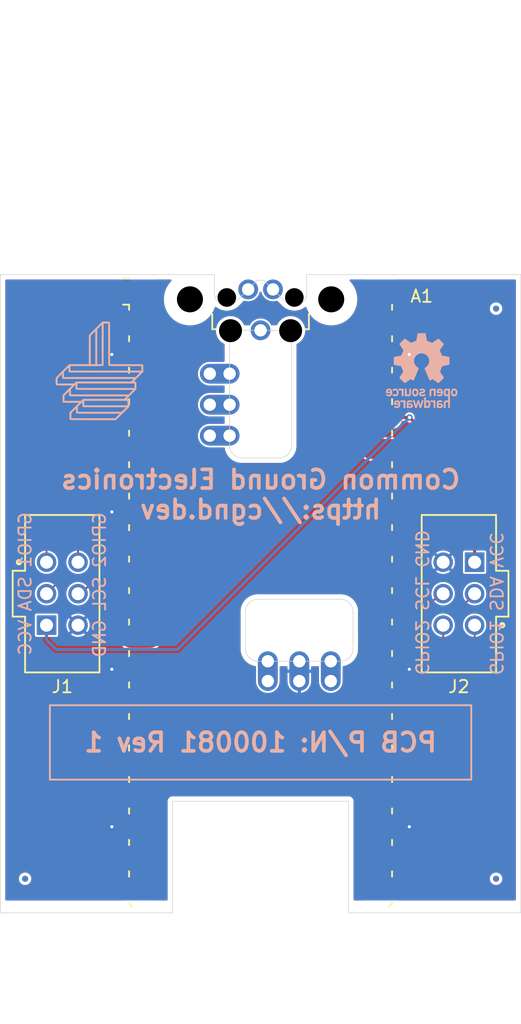
<source format=kicad_pcb>
(kicad_pcb (version 20240108) (generator "pcbnew") (generator_version "8.0")
  (title_block (title "RPi Pico SAO Host v1") (date "2024-10-14") (rev "1") (company "Common Ground Electronics") (comment 1 "PCB P/N: ${PCB_PART_NUMBER}") (comment 3 "SPDX-License-Identifier: ${SPDX_LICENSE_ID}") (comment 4 "SPDX-FileCopyrightText: © ${COPYRIGHT_HOLDER} <${COPYRIGHT_HOLDER_CONTACT}>"))
  (layers (0 "F.Cu" signal) (31 "B.Cu" power) (34 "B.Paste" user) (35 "F.Paste" user) (36 "B.SilkS" user "B.Silkscreen") (37 "F.SilkS" user "F.Silkscreen") (38 "B.Mask" user) (39 "F.Mask" user) (44 "Edge.Cuts" user))
  (property "COMPANY_URL" "https://cgnd.dev")
  (property "COPYRIGHT_HOLDER" "Common Ground Electronics")
  (property "COPYRIGHT_HOLDER_CONTACT" "${COMPANY_URL}")
  (property "PCB_PART_NUMBER" "100081")
  (property "SPDX_LICENSE_ID" "CERN-OHL-P-2.0")
  (net 0 "")
  (net 1 "/SAO0_GPIO1")
  (net 2 "GND")
  (net 6 "+3.3V")
  (net 7 "/SAO0_GPIO2")
  (net 11 "/SAO1_I2C_SCL")
  (net 12 "/SAO1_GPIO1")
  (net 18 "/SAO1_GPIO2")
  (net 21 "/SAO1_I2C_SDA")
  (net 33 "/SAO0_I2C_SCL")
  (net 34 "/SAO0_I2C_SDA")
  (footprint "rpi-pico-sao-host:FIDC50M100K100L" (layer "F.Cu") (at 158.7 85.2)
    (property "Reference" "FID1" (hide yes))
    (property "Value" "Fiducial" (hide yes))
    (pad "" smd circle (at 0 0) (size 0.5 0.5) (property pad_prop_fiducial_glob) (layers "F.Cu" "F.Mask") (clearance 0.25))
  )
  (footprint "rpi-pico-sao-host:SULLINS_SFH11-NBPC-D03-ST-BK_SAO_V2" (layer "F.Cu") (at 123.7 108.2 -90)
    (property "Reference" "J1" (at 7.5 0 0) (layer "F.SilkS"))
    (property "Value" "SAO Host Header" (hide yes))
    (fp_text user "VCC" (at 2 3 90) (layer "B.SilkS") (effects (justify left mirror)))
    (fp_text user "GPIO2" (at -2 -3 90) (layer "B.SilkS") (effects (justify right mirror)))
    (fp_text user "GND" (at 2 -3 90) (layer "B.SilkS") (effects (justify left mirror)))
    (fp_text user "SCL" (at 0 -3 90) (layer "B.SilkS") (effects (justify mirror)))
    (fp_text user "GPIO1" (at -2 3 90) (layer "B.SilkS") (effects (justify right mirror)))
    (fp_text user "SDA" (at 0 3 90) (layer "B.SilkS") (effects (justify mirror)))
    (pad "1" thru_hole rect (at 2.54 1.27 270) (size 1.58 1.58) (drill 1.05) (layers "*.Cu" "*.Mask") (net 6 "+3.3V"))
    (pad "2" thru_hole circle (at 2.54 -1.27 270) (size 1.58 1.58) (drill 1.05) (layers "*.Cu" "*.Mask") (net 2 "GND"))
    (pad "3" thru_hole circle (at 0 1.27 270) (size 1.58 1.58) (drill 1.05) (layers "*.Cu" "*.Mask") (net 34 "/SAO0_I2C_SDA"))
    (pad "4" thru_hole circle (at 0 -1.27 270) (size 1.58 1.58) (drill 1.05) (layers "*.Cu" "*.Mask") (net 33 "/SAO0_I2C_SCL"))
    (pad "5" thru_hole circle (at -2.54 1.27 270) (size 1.58 1.58) (drill 1.05) (layers "*.Cu" "*.Mask") (net 1 "/SAO0_GPIO1"))
    (pad "6" thru_hole circle (at -2.54 -1.27 270) (size 1.58 1.58) (drill 1.05) (layers "*.Cu" "*.Mask") (net 7 "/SAO0_GPIO2"))
  )
  (footprint "rpi-pico-sao-host:RASPBERRY_PI_PICO_W" (layer "F.Cu") (at 139.7 107.95)
    (property "Reference" "A1" (at 13 -23.75 0) (layer "F.SilkS"))
    (property "Value" "RaspberryPi Pico W" (hide yes))
    (fp_line (start -21 26) (end -7.1 26) (stroke (width 0.05)) (layer "Edge.Cuts"))
    (fp_line (start -7.1 17) (end 7.1 17) (stroke (width 0.05)) (layer "Edge.Cuts"))
    (fp_line (start -7.1 26) (end -7.1 17) (stroke (width 0.05)) (layer "Edge.Cuts"))
    (fp_line (start -3.725 -25.5) (end -21 -25.5) (stroke (width 0.05)) (layer "Edge.Cuts"))
    (fp_line (start -3.725 -23.989213) (end -3.725 -25.5) (stroke (width 0.05)) (layer "Edge.Cuts"))
    (fp_line (start -2.5 -20) (end -2.5 -11.7) (stroke (width 0.05)) (layer "Edge.Cuts"))
    (fp_line (start -2.017893 -23.282106) (end -0.257537 -25.042462) (stroke (width 0.05)) (layer "Edge.Cuts"))
    (fp_line (start -1.2159 4.7) (end -1.2159 1.7) (stroke (width 0.05)) (layer "Edge.Cuts"))
    (fp_line (start -0.2159 5.7) (end 6.4641 5.7) (stroke (width 0.05)) (layer "Edge.Cuts"))
    (fp_line (start 0.257537 -25.042462) (end -0.257537 -25.042462) (stroke (width 0.05)) (layer "Edge.Cuts"))
    (fp_line (start 1.5 -21) (end -1.5 -21) (stroke (width 0.05)) (layer "Edge.Cuts"))
    (fp_line (start 1.5 -10.7) (end -1.5 -10.7) (stroke (width 0.05)) (layer "Edge.Cuts"))
    (fp_line (start 2.017893 -23.282106) (end 0.257537 -25.042462) (stroke (width 0.05)) (layer "Edge.Cuts"))
    (fp_line (start 2.5 -11.7) (end 2.5 -20) (stroke (width 0.05)) (layer "Edge.Cuts"))
    (fp_line (start 3.725 -25.5) (end 21 -25.5) (stroke (width 0.05)) (layer "Edge.Cuts"))
    (fp_line (start 3.725 -23.989213) (end 3.725 -25.5) (stroke (width 0.05)) (layer "Edge.Cuts"))
    (fp_line (start 6.4641 0.7) (end -0.2159 0.7) (stroke (width 0.05)) (layer "Edge.Cuts"))
    (fp_line (start 7.1 17) (end 7.1 26) (stroke (width 0.05)) (layer "Edge.Cuts"))
    (fp_line (start 7.1 26) (end 21 26) (stroke (width 0.05)) (layer "Edge.Cuts"))
    (fp_line (start 7.4641 1.7) (end 7.4641 4.7) (stroke (width 0.05)) (layer "Edge.Cuts"))
    (fp_arc (start -2.5 -20) (mid -2.207118 -20.707118) (end -1.5 -21) (stroke (width 0.05)) (layer "Edge.Cuts"))
    (fp_arc (start -2.017893 -23.282106) (mid -3.107711 -23.065267) (end -3.725 -23.989213) (stroke (width 0.05)) (layer "Edge.Cuts"))
    (fp_arc (start -1.5 -10.7) (mid -2.207109 -10.992891) (end -2.5 -11.7) (stroke (width 0.05)) (layer "Edge.Cuts"))
    (fp_arc (start -1.2159 1.7) (mid -0.923007 0.992893) (end -0.2159 0.7) (stroke (width 0.05)) (layer "Edge.Cuts"))
    (fp_arc (start -0.2159 5.7) (mid -0.923007 5.407107) (end -1.2159 4.7) (stroke (width 0.05)) (layer "Edge.Cuts"))
    (fp_arc (start 1.5 -21) (mid 2.207107 -20.707107) (end 2.5 -20) (stroke (width 0.05)) (layer "Edge.Cuts"))
    (fp_arc (start 2.5 -11.7) (mid 2.207095 -10.992905) (end 1.5 -10.7) (stroke (width 0.05)) (layer "Edge.Cuts"))
    (fp_arc (start 3.725 -23.989213) (mid 3.107701 -23.06529) (end 2.017893 -23.282106) (stroke (width 0.05)) (layer "Edge.Cuts"))
    (fp_arc (start 6.4641 0.7) (mid 7.171207 0.992893) (end 7.4641 1.7) (stroke (width 0.05)) (layer "Edge.Cuts"))
    (fp_arc (start 7.4641 4.7) (mid 7.171207 5.407107) (end 6.4641 5.7) (stroke (width 0.05)) (layer "Edge.Cuts"))
    (pad "" np_thru_hole circle (at -5.7 -23.5) (size 3.8 3.8) (drill 2.1) (layers "*.Mask") (clearance 1.05))
    (pad "" np_thru_hole circle (at -2.725 -23.65) (size 1.5 1.5) (drill 1.5) (layers "*.Mask"))
    (pad "" np_thru_hole circle (at -2.425 -20.97) (size 1.85 1.85) (drill 1.85) (layers "*.Mask"))
    (pad "" np_thru_hole circle (at 2.425 -20.97) (size 1.85 1.85) (drill 1.85) (layers "*.Mask"))
    (pad "" np_thru_hole circle (at 2.725 -23.65) (size 1.5 1.5) (drill 1.5) (layers "*.Mask"))
    (pad "" np_thru_hole circle (at 5.7 -23.5) (size 3.8 3.8) (drill 2.1) (layers "*.Mask") (clearance 1.05))
    (pad "1" smd custom (at -8.89 -24.13) (size 1.6 1.6) (layers "F.Cu" "F.Paste" "F.Mask") (net 1 "/SAO0_GPIO1") (options (clearance outline) (anchor circle)) (primitives (gr_poly (pts (xy -2.4 0.6) (xy -2.4 -0.6) (xy -2.2 -0.8) (xy 0 -0.8) (xy 0 0.8) (xy -2.2 0.8)) (width 0) (fill yes)) (gr_circle (center -2.2 0.6) (end -2 0.6) (width 0) (fill yes)) (gr_circle (center -2.2 -0.6) (end -2 -0.6) (width 0) (fill yes))))
    (pad "2" smd roundrect (at -8.89 -21.59) (size 3.2 1.6) (drill (offset -0.8 0)) (layers "F.Cu" "F.Paste" "F.Mask") (roundrect_rratio 0.5) (net 7 "/SAO0_GPIO2"))
    (pad "3" smd custom (at -8.89 -19.05) (size 1.6 1.6) (layers "F.Cu" "F.Paste" "F.Mask") (net 2 "GND") (options (clearance outline) (anchor circle)) (primitives (gr_poly (pts (xy 0.8 -0.6) (xy 0.8 0.6) (xy 0.6 0.8) (xy -1.6 0.8) (xy -1.6 -0.8) (xy 0.6 -0.8)) (width 0) (fill yes)) (gr_circle (center 0.6 0.6) (end 0.8 0.6) (width 0) (fill yes)) (gr_circle (center 0.6 -0.6) (end 0.8 -0.6) (width 0) (fill yes)) (gr_circle (center -1.6 0) (end -0.8 0) (width 0) (fill yes))))
    (pad "4" smd roundrect (at -8.89 -16.51) (size 3.2 1.6) (drill (offset -0.8 0)) (layers "F.Cu" "F.Paste" "F.Mask") (roundrect_rratio 0.5))
    (pad "5" smd roundrect (at -8.89 -13.97) (size 3.2 1.6) (drill (offset -0.8 0)) (layers "F.Cu" "F.Paste" "F.Mask") (roundrect_rratio 0.5))
    (pad "6" smd roundrect (at -8.89 -11.43) (size 3.2 1.6) (drill (offset -0.8 0)) (layers "F.Cu" "F.Paste" "F.Mask") (roundrect_rratio 0.5) (net 34 "/SAO0_I2C_SDA"))
    (pad "7" smd roundrect (at -8.89 -8.89) (size 3.2 1.6) (drill (offset -0.8 0)) (layers "F.Cu" "F.Paste" "F.Mask") (roundrect_rratio 0.5) (net 33 "/SAO0_I2C_SCL"))
    (pad "8" smd custom (at -8.89 -6.35) (size 1.6 1.6) (layers "F.Cu" "F.Paste" "F.Mask") (net 2 "GND") (options (clearance outline) (anchor circle)) (primitives (gr_poly (pts (xy 0.8 -0.6) (xy 0.8 0.6) (xy 0.6 0.8) (xy -1.6 0.8) (xy -1.6 -0.8) (xy 0.6 -0.8)) (width 0) (fill yes)) (gr_circle (center 0.6 0.6) (end 0.8 0.6) (width 0) (fill yes)) (gr_circle (center 0.6 -0.6) (end 0.8 -0.6) (width 0) (fill yes)) (gr_circle (center -1.6 0) (end -0.8 0) (width 0) (fill yes))))
    (pad "9" smd roundrect (at -8.89 -3.81) (size 3.2 1.6) (drill (offset -0.8 0)) (layers "F.Cu" "F.Paste" "F.Mask") (roundrect_rratio 0.5))
    (pad "10" smd roundrect (at -8.89 -1.27) (size 3.2 1.6) (drill (offset -0.8 0)) (layers "F.Cu" "F.Paste" "F.Mask") (roundrect_rratio 0.5))
    (pad "11" smd roundrect (at -8.89 1.27) (size 3.2 1.6) (drill (offset -0.8 0)) (layers "F.Cu" "F.Paste" "F.Mask") (roundrect_rratio 0.5))
    (pad "12" smd roundrect (at -8.89 3.81) (size 3.2 1.6) (drill (offset -0.8 0)) (layers "F.Cu" "F.Paste" "F.Mask") (roundrect_rratio 0.5))
    (pad "13" smd custom (at -8.89 6.35) (size 1.6 1.6) (layers "F.Cu" "F.Paste" "F.Mask") (net 2 "GND") (options (clearance outline) (anchor circle)) (primitives (gr_poly (pts (xy 0.8 -0.6) (xy 0.8 0.6) (xy 0.6 0.8) (xy -1.6 0.8) (xy -1.6 -0.8) (xy 0.6 -0.8)) (width 0) (fill yes)) (gr_circle (center 0.6 0.6) (end 0.8 0.6) (width 0) (fill yes)) (gr_circle (center 0.6 -0.6) (end 0.8 -0.6) (width 0) (fill yes)) (gr_circle (center -1.6 0) (end -0.8 0) (width 0) (fill yes))))
    (pad "14" smd roundrect (at -8.89 8.89) (size 3.2 1.6) (drill (offset -0.8 0)) (layers "F.Cu" "F.Paste" "F.Mask") (roundrect_rratio 0.5))
    (pad "15" smd roundrect (at -8.89 11.43) (size 3.2 1.6) (drill (offset -0.8 0)) (layers "F.Cu" "F.Paste" "F.Mask") (roundrect_rratio 0.5))
    (pad "16" smd roundrect (at -8.89 13.97) (size 3.2 1.6) (drill (offset -0.8 0)) (layers "F.Cu" "F.Paste" "F.Mask") (roundrect_rratio 0.5))
    (pad "17" smd roundrect (at -8.89 16.51) (size 3.2 1.6) (drill (offset -0.8 0)) (layers "F.Cu" "F.Paste" "F.Mask") (roundrect_rratio 0.5))
    (pad "18" smd custom (at -8.89 19.05) (size 1.6 1.6) (layers "F.Cu" "F.Paste" "F.Mask") (net 2 "GND") (options (clearance outline) (anchor circle)) (primitives (gr_poly (pts (xy 0.8 -0.6) (xy 0.8 0.6) (xy 0.6 0.8) (xy -1.6 0.8) (xy -1.6 -0.8) (xy 0.6 -0.8)) (width 0) (fill yes)) (gr_circle (center 0.6 0.6) (end 0.8 0.6) (width 0) (fill yes)) (gr_circle (center 0.6 -0.6) (end 0.8 -0.6) (width 0) (fill yes)) (gr_circle (center -1.6 0) (end -0.8 0) (width 0) (fill yes))))
    (pad "19" smd roundrect (at -8.89 21.59) (size 3.2 1.6) (drill (offset -0.8 0)) (layers "F.Cu" "F.Paste" "F.Mask") (roundrect_rratio 0.5))
    (pad "20" smd roundrect (at -8.89 24.13) (size 3.2 1.6) (drill (offset -0.8 0)) (layers "F.Cu" "F.Paste" "F.Mask") (roundrect_rratio 0.5))
    (pad "21" smd roundrect (at 8.89 24.13) (size 3.2 1.6) (drill (offset 0.8 0)) (layers "F.Cu" "F.Paste" "F.Mask") (roundrect_rratio 0.5) (net 12 "/SAO1_GPIO1"))
    (pad "22" smd roundrect (at 8.89 21.59) (size 3.2 1.6) (drill (offset 0.8 0)) (layers "F.Cu" "F.Paste" "F.Mask") (roundrect_rratio 0.5) (net 18 "/SAO1_GPIO2"))
    (pad "23" smd custom (at 8.89 19.05) (size 1.6 1.6) (layers "F.Cu" "F.Paste" "F.Mask") (net 2 "GND") (options (clearance outline) (anchor circle)) (primitives (gr_poly (pts (xy -0.8 -0.6) (xy -0.8 0.6) (xy -0.6 0.8) (xy 1.6 0.8) (xy 1.6 -0.8) (xy -0.6 -0.8)) (width 0) (fill yes)) (gr_circle (center -0.6 0.6) (end -0.4 0.6) (width 0) (fill yes)) (gr_circle (center -0.6 -0.6) (end -0.4 -0.6) (width 0) (fill yes)) (gr_circle (center 1.6 0) (end 2.4 0) (width 0) (fill yes))))
    (pad "24" smd roundrect (at 8.89 16.51) (size 3.2 1.6) (drill (offset 0.8 0)) (layers "F.Cu" "F.Paste" "F.Mask") (roundrect_rratio 0.5) (net 21 "/SAO1_I2C_SDA"))
    (pad "25" smd roundrect (at 8.89 13.97) (size 3.2 1.6) (drill (offset 0.8 0)) (layers "F.Cu" "F.Paste" "F.Mask") (roundrect_rratio 0.5) (net 11 "/SAO1_I2C_SCL"))
    (pad "26" smd roundrect (at 8.89 11.43) (size 3.2 1.6) (drill (offset 0.8 0)) (layers "F.Cu" "F.Paste" "F.Mask") (roundrect_rratio 0.5))
    (pad "27" smd roundrect (at 8.89 8.89) (size 3.2 1.6) (drill (offset 0.8 0)) (layers "F.Cu" "F.Paste" "F.Mask") (roundrect_rratio 0.5))
    (pad "28" smd custom (at 8.89 6.35) (size 1.6 1.6) (layers "F.Cu" "F.Paste" "F.Mask") (net 2 "GND") (options (clearance outline) (anchor circle)) (primitives (gr_poly (pts (xy -0.8 -0.6) (xy -0.8 0.6) (xy -0.6 0.8) (xy 1.6 0.8) (xy 1.6 -0.8) (xy -0.6 -0.8)) (width 0) (fill yes)) (gr_circle (center -0.6 0.6) (end -0.4 0.6) (width 0) (fill yes)) (gr_circle (center -0.6 -0.6) (end -0.4 -0.6) (width 0) (fill yes)) (gr_circle (center 1.6 0) (end 2.4 0) (width 0) (fill yes))))
    (pad "29" smd roundrect (at 8.89 3.81) (size 3.2 1.6) (drill (offset 0.8 0)) (layers "F.Cu" "F.Paste" "F.Mask") (roundrect_rratio 0.5))
    (pad "30" smd roundrect (at 8.89 1.27) (size 3.2 1.6) (drill (offset 0.8 0)) (layers "F.Cu" "F.Paste" "F.Mask") (roundrect_rratio 0.5))
    (pad "31" smd roundrect (at 8.89 -1.27) (size 3.2 1.6) (drill (offset 0.8 0)) (layers "F.Cu" "F.Paste" "F.Mask") (roundrect_rratio 0.5))
    (pad "32" smd roundrect (at 8.89 -3.81) (size 3.2 1.6) (drill (offset 0.8 0)) (layers "F.Cu" "F.Paste" "F.Mask") (roundrect_rratio 0.5))
    (pad "33" smd custom (at 8.89 -6.35) (size 1.6 1.6) (layers "F.Cu" "F.Paste" "F.Mask") (options (clearance outline) (anchor circle)) (primitives (gr_poly (pts (xy -0.8 -0.6) (xy -0.8 0.6) (xy -0.6 0.8) (xy 1.6 0.8) (xy 1.6 -0.8) (xy -0.6 -0.8)) (width 0) (fill yes)) (gr_circle (center -0.6 0.6) (end -0.4 0.6) (width 0) (fill yes)) (gr_circle (center -0.6 -0.6) (end -0.4 -0.6) (width 0) (fill yes)) (gr_circle (center 1.6 0) (end 2.4 0) (width 0) (fill yes))))
    (pad "34" smd roundrect (at 8.89 -8.89) (size 3.2 1.6) (drill (offset 0.8 0)) (layers "F.Cu" "F.Paste" "F.Mask") (roundrect_rratio 0.5))
    (pad "35" smd roundrect (at 8.89 -11.43) (size 3.2 1.6) (drill (offset 0.8 0)) (layers "F.Cu" "F.Paste" "F.Mask") (roundrect_rratio 0.5))
    (pad "36" smd roundrect (at 8.89 -13.97) (size 3.2 1.6) (drill (offset 0.8 0)) (layers "F.Cu" "F.Paste" "F.Mask") (roundrect_rratio 0.5) (net 6 "+3.3V"))
    (pad "37" smd roundrect (at 8.89 -16.51) (size 3.2 1.6) (drill (offset 0.8 0)) (layers "F.Cu" "F.Paste" "F.Mask") (roundrect_rratio 0.5))
    (pad "38" smd custom (at 8.89 -19.05) (size 1.6 1.6) (layers "F.Cu" "F.Paste" "F.Mask") (net 2 "GND") (options (clearance outline) (anchor circle)) (primitives (gr_poly (pts (xy -0.8 -0.6) (xy -0.8 0.6) (xy -0.6 0.8) (xy 1.6 0.8) (xy 1.6 -0.8) (xy -0.6 -0.8)) (width 0) (fill yes)) (gr_circle (center -0.6 0.6) (end -0.4 0.6) (width 0) (fill yes)) (gr_circle (center -0.6 -0.6) (end -0.4 -0.6) (width 0) (fill yes)) (gr_circle (center 1.6 0) (end 2.4 0) (width 0) (fill yes))))
    (pad "39" smd roundrect (at 8.89 -21.59) (size 3.2 1.6) (drill (offset 0.8 0)) (layers "F.Cu" "F.Paste" "F.Mask") (roundrect_rratio 0.5))
    (pad "40" smd roundrect (at 8.89 -24.13) (size 3.2 1.6) (drill (offset 0.8 0)) (layers "F.Cu" "F.Paste" "F.Mask") (roundrect_rratio 0.5))
    (pad "D1" thru_hole circle (at 0.5841 5.7) (size 1.6 1.6) (drill 1) (property pad_prop_castellated) (layers "*.Cu" "*.Mask"))
    (pad "D1" thru_hole roundrect (at 0.5841 7.3) (size 1.6 3.2) (drill 1 (offset 0 -0.8)) (property pad_prop_castellated) (layers "*.Cu" "*.Mask") (roundrect_rratio 0.5))
    (pad "D2" thru_hole circle (at 3.1241 5.7) (size 1.6 1.6) (drill 1) (property pad_prop_castellated) (layers "*.Cu" "*.Mask") (net 2 "GND"))
    (pad "D2" thru_hole roundrect (at 3.1241 7.3) (size 1.6 3.2) (drill 1 (offset 0 -0.8)) (property pad_prop_castellated) (layers "*.Cu" "*.Mask") (roundrect_rratio 0.5) (net 2 "GND"))
    (pad "D3" thru_hole circle (at 5.6641 5.7) (size 1.6 1.6) (drill 1) (property pad_prop_castellated) (layers "*.Cu" "*.Mask"))
    (pad "D3" thru_hole roundrect (at 5.6641 7.3) (size 1.6 3.2) (drill 1 (offset 0 -0.8)) (property pad_prop_castellated) (layers "*.Cu" "*.Mask") (roundrect_rratio 0.5))
    (pad "TP1" thru_hole circle (at 0 -21) (size 1.6 1.6) (drill 1) (property pad_prop_castellated) (layers "*.Cu" "*.Mask"))
    (pad "TP2" thru_hole circle (at 1 -24.3) (size 1.6 1.6) (drill 1) (property pad_prop_castellated) (layers "*.Cu" "*.Mask"))
    (pad "TP3" thru_hole circle (at -1 -24.3) (size 1.6 1.6) (drill 1) (property pad_prop_castellated) (layers "*.Cu" "*.Mask"))
    (pad "TP4" thru_hole roundrect (at -4.1 -17.5) (size 3.2 1.6) (drill 1 (offset 0.8 0)) (property pad_prop_castellated) (layers "*.Cu" "*.Mask") (roundrect_rratio 0.5))
    (pad "TP4" thru_hole circle (at -2.5 -17.5) (size 1.6 1.6) (drill 1) (property pad_prop_castellated) (layers "*.Cu" "*.Mask"))
    (pad "TP5" thru_hole roundrect (at -4.1 -15) (size 3.2 1.6) (drill 1 (offset 0.8 0)) (property pad_prop_castellated) (layers "*.Cu" "*.Mask") (roundrect_rratio 0.5))
    (pad "TP5" thru_hole circle (at -2.5 -15) (size 1.6 1.6) (drill 1) (property pad_prop_castellated) (layers "*.Cu" "*.Mask"))
    (pad "TP6" thru_hole roundrect (at -4.1 -12.5) (size 3.2 1.6) (drill 1 (offset 0.8 0)) (property pad_prop_castellated) (layers "*.Cu" "*.Mask") (roundrect_rratio 0.5))
    (pad "TP6" thru_hole circle (at -2.5 -12.5) (size 1.6 1.6) (drill 1) (property pad_prop_castellated) (layers "*.Cu" "*.Mask"))
    (zone (net 0) (net_name "") (layers "*.Cu" "*.Paste") (name "RF Copper Keep Out") (connect_pads (clearance 0)) (min_thickness 0.254)
      (keepout (tracks not_allowed) (vias not_allowed) (pads not_allowed) (copperpour not_allowed) (footprints not_allowed))
      (fill (thermal_gap 0.508) (thermal_bridge_width 0.508))
      (polygon (pts (xy 118.7 132.95) (xy 160.7 132.95) (xy 160.7 142.95) (xy 118.7 142.95)))
    )
    (zone (net 0) (net_name "") (layers "*.Cu" "*.Paste") (name "Antenna Copper Keep Out") (connect_pads (clearance 0)) (min_thickness 0.254)
      (keepout (tracks not_allowed) (vias not_allowed) (pads not_allowed) (copperpour not_allowed) (footprints not_allowed))
      (fill (thermal_gap 0.508) (thermal_bridge_width 0.508))
      (polygon (pts (xy 137.3 132.939895) (xy 132.6 129.289895) (xy 132.6 124.95) (xy 146.8 124.95) (xy 146.8 129.289895) (xy 142.1 132.939895) (xy 142.1 132.95) (xy 137.3 132.95)))
    )
  )
  (footprint "rpi-pico-sao-host:SULLINS_SFH11-NBPC-D03-ST-BK_SAO_V2" (layer "F.Cu") (at 155.7 108.2 90)
    (property "Reference" "J2" (at -7.5 0 180) (layer "F.SilkS"))
    (property "Value" "SAO Host Header" (hide yes))
    (fp_text user "SCL" (at 0 -3 -90) (layer "B.SilkS") (effects (justify mirror)))
    (fp_text user "GPIO2" (at -2 -3 -90) (layer "B.SilkS") (effects (justify right mirror)))
    (fp_text user "VCC" (at 2 3 -90) (layer "B.SilkS") (effects (justify left mirror)))
    (fp_text user "SDA" (at 0 3 -90) (layer "B.SilkS") (effects (justify mirror)))
    (fp_text user "GND" (at 2 -3 -90) (layer "B.SilkS") (effects (justify left mirror)))
    (fp_text user "GPIO1" (at -2 3 -90) (layer "B.SilkS") (effects (justify right mirror)))
    (pad "1" thru_hole rect (at 2.54 1.27 90) (size 1.58 1.58) (drill 1.05) (layers "*.Cu" "*.Mask") (net 6 "+3.3V"))
    (pad "2" thru_hole circle (at 2.54 -1.27 90) (size 1.58 1.58) (drill 1.05) (layers "*.Cu" "*.Mask") (net 2 "GND"))
    (pad "3" thru_hole circle (at 0 1.27 90) (size 1.58 1.58) (drill 1.05) (layers "*.Cu" "*.Mask") (net 21 "/SAO1_I2C_SDA"))
    (pad "4" thru_hole circle (at 0 -1.27 90) (size 1.58 1.58) (drill 1.05) (layers "*.Cu" "*.Mask") (net 11 "/SAO1_I2C_SCL"))
    (pad "5" thru_hole circle (at -2.54 1.27 90) (size 1.58 1.58) (drill 1.05) (layers "*.Cu" "*.Mask") (net 12 "/SAO1_GPIO1"))
    (pad "6" thru_hole circle (at -2.54 -1.27 90) (size 1.58 1.58) (drill 1.05) (layers "*.Cu" "*.Mask") (net 18 "/SAO1_GPIO2"))
  )
  (footprint "rpi-pico-sao-host:FIDC50M100K100L" (layer "F.Cu") (at 120.7 131.2)
    (property "Reference" "FID3" (hide yes))
    (property "Value" "Fiducial" (hide yes))
    (pad "" smd circle (at 0 0) (size 0.5 0.5) (property pad_prop_fiducial_glob) (layers "F.Cu" "F.Mask") (clearance 0.25))
  )
  (footprint "rpi-pico-sao-host:FIDC50M100K100L" (layer "F.Cu") (at 158.7 131.2)
    (property "Reference" "FID2" (hide yes))
    (property "Value" "Fiducial" (hide yes))
    (pad "" smd circle (at 0 0) (size 0.5 0.5) (property pad_prop_fiducial_glob) (layers "F.Cu" "F.Mask") (clearance 0.25))
  )
  (footprint "rpi-pico-sao-host:FIDC50M100K100L" (layer "B.Cu") (at 158.7 85.2 180)
    (property "Reference" "FID4" (hide yes))
    (property "Value" "Fiducial" (hide yes))
    (pad "" smd circle (at 0 0 180) (size 0.5 0.5) (property pad_prop_fiducial_glob) (layers "B.Cu" "B.Mask") (clearance 0.25))
  )
  (footprint "rpi-pico-sao-host:FIDC50M100K100L" (layer "B.Cu") (at 120.7 131.2 180)
    (property "Reference" "FID6" (hide yes))
    (property "Value" "Fiducial" (hide yes))
    (pad "" smd circle (at 0 0 180) (size 0.5 0.5) (property pad_prop_fiducial_glob) (layers "B.Cu" "B.Mask") (clearance 0.25))
  )
  (footprint "rpi-pico-sao-host:LOGO_CGND_OUTLINE_1000X1000_SILKSCREEN" (layer "B.Cu") (at 126.7 90.2 180)
    (property "Reference" "LOGO2" (hide yes))
    (property "Value" "CGND logo" (hide yes))
  )
  (footprint "rpi-pico-sao-host:FIDC50M100K100L" (layer "B.Cu") (at 158.7 131.2 180)
    (property "Reference" "FID5" (hide yes))
    (property "Value" "Fiducial" (hide yes))
    (pad "" smd circle (at 0 0 180) (size 0.5 0.5) (property pad_prop_fiducial_glob) (layers "B.Cu" "B.Mask") (clearance 0.25))
  )
  (footprint "rpi-pico-sao-host:LOGO_OSHW_570X600_SILKSCREEN" (layer "B.Cu") (at 152.7 90.2 180)
    (property "Reference" "LOGO1" (hide yes))
    (property "Value" "OSHW logo" (hide yes))
  )
  (gr_rect (start 122.7 117.2) (end 156.7 123.2) (stroke (width 0.15)) (fill none) (layer "B.SilkS"))
  (gr_line (start 160.7 82.45) (end 160.7 133.95) (stroke (width 0.05)) (layer "Edge.Cuts"))
  (gr_line (start 118.7 133.95) (end 118.7 82.45) (stroke (width 0.05)) (layer "Edge.Cuts"))
  (gr_text "PCB P/N: ${PCB_PART_NUMBER} Rev ${REVISION}" (at 139.7 120.2 0) (layer "B.SilkS") (effects (font (size 1.5 1.5) (thickness 0.3) (bold yes)) (justify mirror)))
  (gr_text "${COMPANY}\n${COMPANY_URL}" (at 139.7 100.2 0) (layer "B.SilkS") (effects (font (size 1.5 1.5) (thickness 0.3) (bold yes)) (justify mirror)))
  (segment (start 122.43 89.22) (end 122.43 105.66) (width 0.1524) (layer "F.Cu") (net 1))
  (segment (start 130.81 83.82) (end 127.83 83.82) (width 0.1524) (layer "F.Cu") (net 1))
  (segment (start 127.83 83.82) (end 122.43 89.22) (width 0.1524) (layer "F.Cu") (net 1))
  (segment (start 130.81 114.3) (end 127.7 114.3) (width 0.254) (layer "F.Cu") (net 2))
  (segment (start 130.81 88.9) (end 127.7 88.9) (width 0.254) (layer "F.Cu") (net 2))
  (segment (start 148.59 127) (end 151.7 127) (width 0.254) (layer "F.Cu") (net 2))
  (segment (start 130.81 101.6) (end 127.7 101.6) (width 0.254) (layer "F.Cu") (net 2))
  (segment (start 148.59 88.9) (end 151.7 88.9) (width 0.254) (layer "F.Cu") (net 2))
  (segment (start 148.59 114.3) (end 151.7 114.3) (width 0.254) (layer "F.Cu") (net 2))
  (segment (start 130.81 127) (end 127.7 127) (width 0.254) (layer "F.Cu") (net 2))
  (via (at 127.7 114.3) (size 0.508) (drill 0.254) (layers "F.Cu" "B.Cu") (net 2))
  (via (at 127.7 101.6) (size 0.508) (drill 0.254) (layers "F.Cu" "B.Cu") (net 2))
  (via (at 151.7 88.9) (size 0.508) (drill 0.254) (layers "F.Cu" "B.Cu") (net 2))
  (via (at 151.7 127) (size 0.508) (drill 0.254) (layers "F.Cu" "B.Cu") (net 2))
  (via (at 127.7 88.9) (size 0.508) (drill 0.254) (layers "F.Cu" "B.Cu") (net 2))
  (via (at 151.7 114.3) (size 0.508) (drill 0.254) (layers "F.Cu" "B.Cu") (net 2))
  (via (at 127.7 127) (size 0.508) (drill 0.254) (layers "F.Cu" "B.Cu") (net 2))
  (segment (start 151.72 93.98) (end 156.97 99.23) (width 0.254) (layer "F.Cu") (net 6))
  (segment (start 156.97 99.23) (end 156.97 105.66) (width 0.254) (layer "F.Cu") (net 6))
  (segment (start 151.72 93.98) (end 148.59 93.98) (width 0.254) (layer "F.Cu") (net 6))
  (via (at 151.72 93.98) (size 0.508) (drill 0.254) (layers "F.Cu" "B.Cu") (net 6))
  (segment (start 133 112.7) (end 151.72 93.98) (width 0.254) (layer "B.Cu") (net 6))
  (segment (start 122.43 110.74) (end 122.43 111.93) (width 0.254) (layer "B.Cu") (net 6))
  (segment (start 123.2 112.7) (end 133 112.7) (width 0.254) (layer "B.Cu") (net 6))
  (segment (start 122.43 111.93) (end 123.2 112.7) (width 0.254) (layer "B.Cu") (net 6))
  (segment (start 124.97 105.66) (end 124.97 89.18) (width 0.1524) (layer "F.Cu") (net 7))
  (segment (start 127.79 86.36) (end 130.81 86.36) (width 0.1524) (layer "F.Cu") (net 7))
  (segment (start 124.97 89.18) (end 127.79 86.36) (width 0.1524) (layer "F.Cu") (net 7))
  (segment (start 154.2 108.2) (end 154.43 108.2) (width 0.1524) (layer "F.Cu") (net 11))
  (segment (start 151.48 121.92) (end 152.45 120.95) (width 0.1524) (layer "F.Cu") (net 11))
  (segment (start 152.45 109.95) (end 154.2 108.2) (width 0.1524) (layer "F.Cu") (net 11))
  (segment (start 152.45 120.95) (end 152.45 109.95) (width 0.1524) (layer "F.Cu") (net 11))
  (segment (start 148.59 121.92) (end 151.48 121.92) (width 0.1524) (layer "F.Cu") (net 11))
  (segment (start 156.97 126.68) (end 151.57 132.08) (width 0.1524) (layer "F.Cu") (net 12))
  (segment (start 151.57 132.08) (end 148.59 132.08) (width 0.1524) (layer "F.Cu") (net 12))
  (segment (start 156.97 110.74) (end 156.97 126.68) (width 0.1524) (layer "F.Cu") (net 12))
  (segment (start 151.485 129.54) (end 148.59 129.54) (width 0.1524) (layer "F.Cu") (net 18))
  (segment (start 154.43 110.74) (end 154.43 126.595) (width 0.1524) (layer "F.Cu") (net 18))
  (segment (start 154.43 126.595) (end 151.485 129.54) (width 0.1524) (layer "F.Cu") (net 18))
  (segment (start 155.72 109.45) (end 156.97 108.2) (width 0.1524) (layer "F.Cu") (net 21))
  (segment (start 153.2 122.7) (end 153.2 110.2) (width 0.1524) (layer "F.Cu") (net 21))
  (segment (start 148.59 124.46) (end 151.44 124.46) (width 0.1524) (layer "F.Cu") (net 21))
  (segment (start 151.44 124.46) (end 153.2 122.7) (width 0.1524) (layer "F.Cu") (net 21))
  (segment (start 153.95 109.45) (end 155.72 109.45) (width 0.1524) (layer "F.Cu") (net 21))
  (segment (start 153.2 110.2) (end 153.95 109.45) (width 0.1524) (layer "F.Cu") (net 21))
  (segment (start 125.2 108.2) (end 126.95 106.45) (width 0.1524) (layer "F.Cu") (net 33))
  (segment (start 127.84 99.06) (end 130.81 99.06) (width 0.1524) (layer "F.Cu") (net 33))
  (segment (start 124.97 108.2) (end 125.2 108.2) (width 0.1524) (layer "F.Cu") (net 33))
  (segment (start 126.95 99.95) (end 127.84 99.06) (width 0.1524) (layer "F.Cu") (net 33))
  (segment (start 126.95 106.45) (end 126.95 99.95) (width 0.1524) (layer "F.Cu") (net 33))
  (segment (start 130.81 96.52) (end 127.88 96.52) (width 0.1524) (layer "F.Cu") (net 34))
  (segment (start 126.2 106.2) (end 125.45 106.95) (width 0.1524) (layer "F.Cu") (net 34))
  (segment (start 127.88 96.52) (end 126.2 98.2) (width 0.1524) (layer "F.Cu") (net 34))
  (segment (start 123.68 106.95) (end 122.43 108.2) (width 0.1524) (layer "F.Cu") (net 34))
  (segment (start 125.45 106.95) (end 123.68 106.95) (width 0.1524) (layer "F.Cu") (net 34))
  (segment (start 126.2 98.2) (end 126.2 106.2) (width 0.1524) (layer "F.Cu") (net 34))
  (zone (net 2) (net_name "GND") (layers "F&B.Cu") (name "GND") (connect_pads (clearance 0.1524)) (min_thickness 0.1524) (fill yes (thermal_gap 0.1524) (thermal_bridge_width 0.254))
    (polygon (pts (xy 118.7 82.45) (xy 118.7 133.95) (xy 160.7 133.95) (xy 160.7 82.45)))
  )
)
</source>
